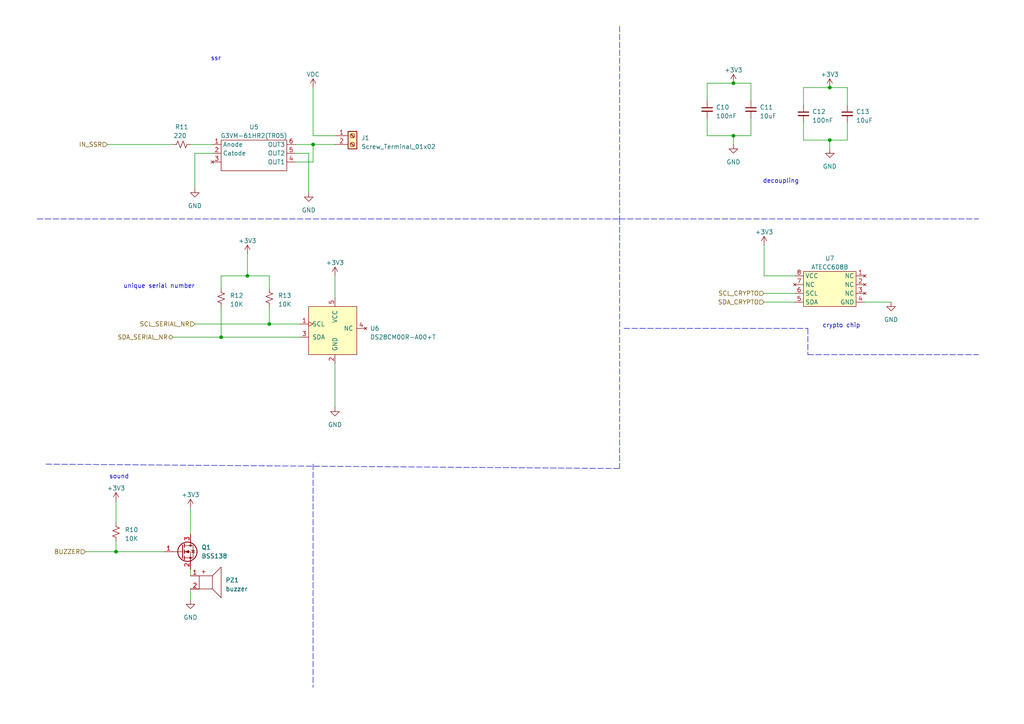
<source format=kicad_sch>
(kicad_sch (version 20210621) (generator eeschema)
  (paper "A4")
  (lib_symbols
    (symbol "Connector:Screw_Terminal_01x02" (pin_names (offset 1.016) hide)
      (property "Reference" "J" (at 0 2.54 0))
      (property "Value" "Screw_Terminal_01x02" (at 0 -5.08 0))
      (symbol "Screw_Terminal_01x02_1_1"
        (circle (center 0 -2.54) (radius 0.635) (stroke (width 0.1524)))
        (circle (center 0 0) (radius 0.635) (stroke (width 0.1524)))
        (rectangle (start -1.27 1.27) (end 1.27 -3.81) (stroke (width 0.254)) (fill (type background)))
        (polyline (pts (xy -0.5334 -2.2098) (xy 0.3302 -3.048)) (stroke (width 0.1524)))
        (polyline (pts (xy -0.5334 0.3302) (xy 0.3302 -0.508)) (stroke (width 0.1524)))
        (polyline (pts (xy -0.3556 -2.032) (xy 0.508 -2.8702)) (stroke (width 0.1524)))
        (polyline (pts (xy -0.3556 0.508) (xy 0.508 -0.3302)) (stroke (width 0.1524)))
        (pin passive line (at -5.08 0 0) (length 3.81) (name "Pin_1") (number "1"))
        (pin passive line (at -5.08 -2.54 0) (length 3.81) (name "Pin_2") (number "2"))
      )
    )
    (symbol "Device:C_Small" (pin_numbers hide) (pin_names (offset 0.254) hide)
      (property "Reference" "C" (at 0.254 1.778 0))
      (property "Value" "C_Small" (at 0.254 -2.032 0))
      (symbol "C_Small_0_1"
        (polyline (pts (xy -1.524 -0.508) (xy 1.524 -0.508)) (stroke (width 0.3302)))
        (polyline (pts (xy -1.524 0.508) (xy 1.524 0.508)) (stroke (width 0.3048)))
      )
      (symbol "C_Small_1_1"
        (pin passive line (at 0 2.54 270) (length 2.032) (name "~") (number "1"))
        (pin passive line (at 0 -2.54 90) (length 2.032) (name "~") (number "2"))
      )
    )
    (symbol "Device:R_Small_US" (pin_numbers hide) (pin_names (offset 0.254) hide)
      (property "Reference" "R" (at 0.762 0.508 0))
      (property "Value" "R_Small_US" (at 0.762 -1.016 0))
      (symbol "R_Small_US_1_1"
        (polyline (pts (xy 0 0) (xy 1.016 -0.381) (xy 0 -0.762) (xy -1.016 -1.143) (xy 0 -1.524)))
        (polyline (pts (xy 0 1.524) (xy 1.016 1.143) (xy 0 0.762) (xy -1.016 0.381) (xy 0 0)))
        (pin passive line (at 0 2.54 270) (length 1.016) (name "~") (number "1"))
        (pin passive line (at 0 -2.54 90) (length 1.016) (name "~") (number "2"))
      )
    )
    (symbol "Halfgelijders:ATECC608B"
      (property "Reference" "U" (at 0 -1.27 0))
      (property "Value" "ATECC608B" (at 2.54 6.35 0))
      (symbol "ATECC608B_0_1"
        (rectangle (start -5.08 5.08) (end 10.16 -5.08) (stroke (width 0.1524)) (fill (type background)))
      )
      (symbol "ATECC608B_1_1"
        (pin no_connect line (at -7.62 3.81 0) (length 2.54) (name "NC") (number "1"))
        (pin no_connect line (at -7.62 1.27 0) (length 2.54) (name "NC") (number "2"))
        (pin no_connect line (at -7.62 -1.27 0) (length 2.54) (name "NC") (number "3"))
        (pin power_out line (at -7.62 -3.81 0) (length 2.54) (name "GND") (number "4"))
        (pin bidirectional line (at 12.7 -3.81 180) (length 2.54) (name "SDA") (number "5"))
        (pin input line (at 12.7 -1.27 180) (length 2.54) (name "SCL") (number "6"))
        (pin no_connect line (at 12.7 1.27 180) (length 2.54) (name "NC") (number "7"))
        (pin power_in line (at 12.7 3.81 180) (length 2.54) (name "VCC") (number "8"))
      )
    )
    (symbol "Halfgelijders:DS28CM00R-A00+T" (pin_names (offset 1.016))
      (property "Reference" "U" (at 0 1.27 0))
      (property "Value" "DS28CM00R-A00+T" (at -17.78 6.35 0))
      (symbol "DS28CM00R-A00+T_0_1"
        (rectangle (start -7.62 7.62) (end 6.35 -6.35) (fill (type background)))
      )
      (symbol "DS28CM00R-A00+T_1_1"
        (pin input clock (at -10.16 2.54 0) (length 2.54) (name "SCL") (number "1"))
        (pin power_out line (at 0 -8.89 90) (length 2.54) (name "GND") (number "2"))
        (pin bidirectional line (at -10.16 -1.27 0) (length 2.54) (name "SDA") (number "3"))
        (pin no_connect line (at 8.89 1.27 180) (length 2.54) (name "NC") (number "4"))
        (pin power_in line (at 0 10.16 270) (length 2.54) (name "VCC") (number "5"))
      )
    )
    (symbol "Halfgelijders:G3VM-61HR2(TR05)"
      (property "Reference" "U" (at 1.27 -5.08 0))
      (property "Value" "G3VM-61HR2(TR05)" (at 8.89 -10.16 0))
      (symbol "G3VM-61HR2(TR05)_0_1"
        (rectangle (start 0 1.27) (end 19.05 -7.62) (stroke (width 0.1524)))
      )
      (symbol "G3VM-61HR2(TR05)_1_1"
        (pin input line (at -2.54 0 0) (length 2.54) (name "Anode") (number "1"))
        (pin output line (at -2.54 -2.54 0) (length 2.54) (name "Catode") (number "2"))
        (pin no_connect line (at -2.54 -5.08 0) (length 2.54) (name "") (number "3"))
        (pin output line (at 21.59 -5.08 180) (length 2.54) (name "OUT1") (number "4"))
        (pin output line (at 21.59 -2.54 180) (length 2.54) (name "OUT2") (number "5"))
        (pin output line (at 21.59 0 180) (length 2.54) (name "OUT3") (number "6"))
      )
    )
    (symbol "Transistor_FET:BSS138" (pin_names hide)
      (property "Reference" "Q" (at 5.08 1.905 0))
      (property "Value" "BSS138" (at 5.08 0 0))
      (symbol "BSS138_0_1"
        (circle (center 1.651 0) (radius 2.794) (stroke (width 0.254)))
        (circle (center 2.54 -1.778) (radius 0.254) (fill (type outline)))
        (circle (center 2.54 1.778) (radius 0.254) (fill (type outline)))
        (polyline (pts (xy 0.254 0) (xy -2.54 0)))
        (polyline (pts (xy 0.254 1.905) (xy 0.254 -1.905)) (stroke (width 0.254)))
        (polyline (pts (xy 0.762 -1.27) (xy 0.762 -2.286)) (stroke (width 0.254)))
        (polyline (pts (xy 0.762 0.508) (xy 0.762 -0.508)) (stroke (width 0.254)))
        (polyline (pts (xy 0.762 2.286) (xy 0.762 1.27)) (stroke (width 0.254)))
        (polyline (pts (xy 2.54 2.54) (xy 2.54 1.778)))
        (polyline (pts (xy 2.54 -2.54) (xy 2.54 0) (xy 0.762 0)))
        (polyline (pts (xy 0.762 -1.778) (xy 3.302 -1.778) (xy 3.302 1.778) (xy 0.762 1.778)))
        (polyline (pts (xy 2.794 0.508) (xy 2.921 0.381) (xy 3.683 0.381) (xy 3.81 0.254)))
        (polyline (pts (xy 3.302 0.381) (xy 2.921 -0.254) (xy 3.683 -0.254) (xy 3.302 0.381)))
        (polyline (pts (xy 1.016 0) (xy 2.032 0.381) (xy 2.032 -0.381) (xy 1.016 0)) (fill (type outline)))
      )
      (symbol "BSS138_1_1"
        (pin input line (at -5.08 0 0) (length 2.54) (name "G") (number "1"))
        (pin passive line (at 2.54 -5.08 90) (length 2.54) (name "S") (number "2"))
        (pin passive line (at 2.54 5.08 270) (length 2.54) (name "D") (number "3"))
      )
    )
    (symbol "power:+3V3" (power) (pin_names (offset 0))
      (property "Value" "+3V3" (at 0 3.556 0))
      (symbol "+3V3_0_1"
        (polyline (pts (xy -0.762 1.27) (xy 0 2.54)))
        (polyline (pts (xy 0 0) (xy 0 2.54)))
        (polyline (pts (xy 0 2.54) (xy 0.762 1.27)))
      )
      (symbol "+3V3_1_1"
        (pin power_in line (at 0 0 90) (length 0) hide (name "+3V3") (number "1"))
      )
    )
    (symbol "power:GND" (power) (pin_names (offset 0))
      (property "Value" "GND" (at 0 -3.81 0))
      (symbol "GND_0_1"
        (polyline (pts (xy 0 0) (xy 0 -1.27) (xy 1.27 -1.27) (xy 0 -2.54) (xy -1.27 -1.27) (xy 0 -1.27)))
      )
      (symbol "GND_1_1"
        (pin power_in line (at 0 0 270) (length 0) hide (name "GND") (number "1"))
      )
    )
    (symbol "power:VDC" (power) (pin_names (offset 0))
      (property "Value" "VDC" (at 0 6.35 0))
      (symbol "VDC_0_1"
        (polyline (pts (xy -0.762 1.27) (xy 0 2.54)))
        (polyline (pts (xy 0 0) (xy 0 2.54)))
        (polyline (pts (xy 0 2.54) (xy 0.762 1.27)))
      )
      (symbol "VDC_1_1"
        (pin power_in line (at 0 0 90) (length 0) hide (name "VDC") (number "1"))
      )
    )
    (symbol "vanalles:buzzer" (pin_names (offset 1.016))
      (property "Reference" "PZ" (at 5.08 7.62 0))
      (property "Value" "buzzer" (at 0 7.62 0))
      (symbol "buzzer_0_0"
        (text "+" (at 1.27 1.27 0) (effects (font (size 1.27 1.27))))
        (polyline (pts (xy 3.81 -3.81) (xy 6.35 -6.35)))
        (polyline (pts (xy 6.35 -5.08) (xy 6.35 -6.35)))
        (polyline (pts (xy 3.81 0) (xy 6.35 2.54) (xy 6.35 -5.08)))
      )
      (symbol "buzzer_0_1"
        (rectangle (start 0 0) (end 3.81 -3.81))
      )
      (symbol "buzzer_1_1"
        (pin unspecified line (at -2.54 0 0) (length 2.54) (name "~") (number "1"))
        (pin unspecified line (at -2.54 -3.81 0) (length 2.54) (name "~") (number "2"))
      )
    )
  )
  (junction (at 33.655 160.02))
  (junction (at 64.135 97.79) (diameter 0.9144))
  (junction (at 71.755 80.01) (diameter 0.9144))
  (junction (at 78.105 93.98) (diameter 0.9144))
  (junction (at 90.805 41.91) (diameter 0.9144))
  (junction (at 212.725 24.13) (diameter 0.9144))
  (junction (at 212.725 39.37) (diameter 0.9144))
  (junction (at 240.665 25.4) (diameter 0.9144))
  (junction (at 240.665 40.64) (diameter 0.9144))
  (wire (pts (xy 24.765 160.02) (xy 33.655 160.02)))
  (wire (pts (xy 31.115 41.91) (xy 50.165 41.91)))
  (wire (pts (xy 33.655 145.415) (xy 33.655 151.765)))
  (wire (pts (xy 33.655 156.845) (xy 33.655 160.02)))
  (wire (pts (xy 33.655 160.02) (xy 47.625 160.02)))
  (wire (pts (xy 50.165 97.79) (xy 64.135 97.79)))
  (wire (pts (xy 55.245 41.91) (xy 61.595 41.91)))
  (wire (pts (xy 55.245 147.32) (xy 55.245 154.94)))
  (wire (pts (xy 55.245 167.005) (xy 55.245 165.1)))
  (wire (pts (xy 55.245 173.99) (xy 55.245 170.815)))
  (wire (pts (xy 56.515 44.45) (xy 56.515 54.61)))
  (wire (pts (xy 56.515 44.45) (xy 61.595 44.45)))
  (wire (pts (xy 56.515 93.98) (xy 78.105 93.98)))
  (wire (pts (xy 64.135 80.01) (xy 71.755 80.01)))
  (wire (pts (xy 64.135 83.82) (xy 64.135 80.01)))
  (wire (pts (xy 64.135 88.9) (xy 64.135 97.79)))
  (wire (pts (xy 64.135 97.79) (xy 86.995 97.79)))
  (wire (pts (xy 71.755 73.66) (xy 71.755 80.01)))
  (wire (pts (xy 71.755 80.01) (xy 78.105 80.01)))
  (wire (pts (xy 78.105 80.01) (xy 78.105 83.82)))
  (wire (pts (xy 78.105 88.9) (xy 78.105 93.98)))
  (wire (pts (xy 78.105 93.98) (xy 86.995 93.98)))
  (wire (pts (xy 85.725 46.99) (xy 90.805 46.99)))
  (wire (pts (xy 89.535 44.45) (xy 85.725 44.45)))
  (wire (pts (xy 89.535 44.45) (xy 89.535 55.88)))
  (wire (pts (xy 90.805 25.4) (xy 90.805 39.37)))
  (wire (pts (xy 90.805 39.37) (xy 97.155 39.37)))
  (wire (pts (xy 90.805 41.91) (xy 85.725 41.91)))
  (wire (pts (xy 90.805 46.99) (xy 90.805 41.91)))
  (wire (pts (xy 97.155 41.91) (xy 90.805 41.91)))
  (wire (pts (xy 97.155 80.01) (xy 97.155 86.36)))
  (wire (pts (xy 97.155 105.41) (xy 97.155 118.11)))
  (wire (pts (xy 205.105 24.13) (xy 212.725 24.13)))
  (wire (pts (xy 205.105 29.21) (xy 205.105 24.13)))
  (wire (pts (xy 205.105 39.37) (xy 205.105 34.29)))
  (wire (pts (xy 212.725 24.13) (xy 217.805 24.13)))
  (wire (pts (xy 212.725 39.37) (xy 205.105 39.37)))
  (wire (pts (xy 212.725 39.37) (xy 217.805 39.37)))
  (wire (pts (xy 212.725 41.91) (xy 212.725 39.37)))
  (wire (pts (xy 217.805 24.13) (xy 217.805 29.21)))
  (wire (pts (xy 217.805 39.37) (xy 217.805 34.29)))
  (wire (pts (xy 221.615 71.12) (xy 221.615 80.01)))
  (wire (pts (xy 221.615 85.09) (xy 230.505 85.09)))
  (wire (pts (xy 221.615 87.63) (xy 230.505 87.63)))
  (wire (pts (xy 230.505 80.01) (xy 221.615 80.01)))
  (wire (pts (xy 233.045 25.4) (xy 240.665 25.4)))
  (wire (pts (xy 233.045 30.48) (xy 233.045 25.4)))
  (wire (pts (xy 233.045 40.64) (xy 233.045 35.56)))
  (wire (pts (xy 240.665 25.4) (xy 245.745 25.4)))
  (wire (pts (xy 240.665 40.64) (xy 233.045 40.64)))
  (wire (pts (xy 240.665 40.64) (xy 245.745 40.64)))
  (wire (pts (xy 240.665 43.18) (xy 240.665 40.64)))
  (wire (pts (xy 245.745 25.4) (xy 245.745 30.48)))
  (wire (pts (xy 245.745 40.64) (xy 245.745 35.56)))
  (wire (pts (xy 258.445 87.63) (xy 250.825 87.63)))
  (polyline (pts (xy 10.795 63.5) (xy 179.705 63.5)) (stroke (width 0) (type dash)))
  (polyline (pts (xy 13.335 134.62) (xy 179.705 135.89)) (stroke (width 0) (type dash)))
  (polyline (pts (xy 90.805 134.62) (xy 90.805 199.39)) (stroke (width 0) (type dash)))
  (polyline (pts (xy 179.705 7.62) (xy 179.705 63.5)) (stroke (width 0) (type dash)))
  (polyline (pts (xy 179.705 63.5) (xy 179.705 132.08)) (stroke (width 0) (type dash)))
  (polyline (pts (xy 179.705 63.5) (xy 283.845 63.5)) (stroke (width 0) (type dash)))
  (polyline (pts (xy 179.705 132.08) (xy 179.705 135.89)) (stroke (width 0) (type dash)))
  (polyline (pts (xy 180.975 95.25) (xy 234.315 95.25)) (stroke (width 0) (type dash)))
  (polyline (pts (xy 234.315 95.25) (xy 234.315 102.87)) (stroke (width 0) (type dash)))
  (polyline (pts (xy 234.315 102.87) (xy 283.845 102.87)) (stroke (width 0) (type dash)))
  (text "sound\n" (at 37.465 139.065 180) (effects (font (size 1.27 1.27)) (justify right bottom)))
  (text "unique serial number\n" (at 56.515 83.82 180) (effects (font (size 1.27 1.27)) (justify right bottom)))
  (text "ssr\n" (at 64.135 17.78 180) (effects (font (size 1.27 1.27)) (justify right bottom)))
  (text "decoupling\n" (at 231.775 53.34 180) (effects (font (size 1.27 1.27)) (justify right bottom)))
  (text "crypto chip\n" (at 249.555 95.25 180) (effects (font (size 1.27 1.27)) (justify right bottom)))
  (hierarchical_label "BUZZER" (shape input) (at 24.765 160.02 180))
  (hierarchical_label "IN_SSR" (shape input) (at 31.115 41.91 180))
  (hierarchical_label "SDA_SERIAL_NR" (shape bidirectional) (at 50.165 97.79 180))
  (hierarchical_label "SCL_SERIAL_NR" (shape input) (at 56.515 93.98 180))
  (hierarchical_label "SCL_CRYPTO" (shape input) (at 221.615 85.09 180))
  (hierarchical_label "SDA_CRYPTO" (shape input) (at 221.615 87.63 180))
  (symbol (lib_id "power:+3V3") (at 33.655 145.415 0) (unit 1)
    (property "Reference" "#PWR0134" (effects hide))
    (property "Value" "+3V3" (at 33.655 141.605 0))
  )
  (symbol (lib_id "power:+3V3") (at 55.245 147.32 0) (unit 1)
    (property "Reference" "#PWR0133" (effects hide))
    (property "Value" "+3V3" (at 55.245 143.51 0))
  )
  (symbol (lib_id "power:+3V3") (at 71.755 73.66 0) (unit 1)
    (property "Reference" "#PWR0124" (effects hide))
    (property "Value" "+3V3" (at 71.755 69.85 0))
  )
  (symbol (lib_id "power:VDC") (at 90.805 25.4 0) (unit 1)
    (property "Reference" "#PWR0121" (effects hide))
    (property "Value" "VDC" (at 90.805 21.59 0))
  )
  (symbol (lib_id "power:+3V3") (at 97.155 80.01 0) (unit 1)
    (property "Reference" "#PWR0126" (effects hide))
    (property "Value" "+3V3" (at 97.155 76.2 0))
  )
  (symbol (lib_id "power:+3V3") (at 212.725 24.13 0) (unit 1)
    (property "Reference" "#PWR0122" (effects hide))
    (property "Value" "+3V3" (at 212.725 20.32 0))
  )
  (symbol (lib_id "power:+3V3") (at 221.615 71.12 0) (unit 1)
    (property "Reference" "#PWR0128" (effects hide))
    (property "Value" "+3V3" (at 221.615 67.31 0))
  )
  (symbol (lib_id "power:+3V3") (at 240.665 25.4 0) (unit 1)
    (property "Reference" "#PWR0130" (effects hide))
    (property "Value" "+3V3" (at 240.665 21.59 0))
  )
  (symbol (lib_id "power:GND") (at 55.245 173.99 0) (unit 1)
    (property "Reference" "#PWR0132" (effects hide))
    (property "Value" "GND" (at 55.245 179.07 0))
  )
  (symbol (lib_id "power:GND") (at 56.515 54.61 0) (unit 1)
    (property "Reference" "#PWR0123" (effects hide))
    (property "Value" "GND" (at 56.515 59.69 0))
  )
  (symbol (lib_id "power:GND") (at 89.535 55.88 0) (unit 1)
    (property "Reference" "#PWR0120" (effects hide))
    (property "Value" "GND" (at 89.535 60.96 0))
  )
  (symbol (lib_id "power:GND") (at 97.155 118.11 0) (unit 1)
    (property "Reference" "#PWR0125" (effects hide))
    (property "Value" "GND" (at 97.155 123.19 0))
  )
  (symbol (lib_id "power:GND") (at 212.725 41.91 0) (unit 1)
    (property "Reference" "#PWR0127" (effects hide))
    (property "Value" "GND" (at 212.725 46.99 0))
  )
  (symbol (lib_id "power:GND") (at 240.665 43.18 0) (unit 1)
    (property "Reference" "#PWR0129" (effects hide))
    (property "Value" "GND" (at 240.665 48.26 0))
  )
  (symbol (lib_id "power:GND") (at 258.445 87.63 0) (unit 1)
    (property "Reference" "#PWR0131" (effects hide))
    (property "Value" "GND" (at 258.445 92.71 0))
  )
  (symbol (lib_id "Device:R_Small_US") (at 33.655 154.305 0) (unit 1)
    (property "Reference" "R10" (at 36.195 153.6699 0) (effects (justify left)))
    (property "Value" "10K" (at 36.195 156.2099 0) (effects (justify left)))
    (property "Footprint" "vanalles:0603" (effects hide))
  )
  (symbol (lib_id "Device:R_Small_US") (at 52.705 41.91 90) (unit 1)
    (property "Reference" "R11" (at 52.705 36.83 90))
    (property "Value" "220 " (at 52.705 39.37 90))
    (property "Footprint" "vanalles:0603" (effects hide))
  )
  (symbol (lib_id "Device:R_Small_US") (at 64.135 86.36 0) (unit 1)
    (property "Reference" "R12" (at 66.675 85.7249 0) (effects (justify left)))
    (property "Value" "10K" (at 66.675 88.2649 0) (effects (justify left)))
    (property "Footprint" "vanalles:0603" (effects hide))
  )
  (symbol (lib_id "Device:R_Small_US") (at 78.105 86.36 0) (unit 1)
    (property "Reference" "R13" (at 80.645 85.7249 0) (effects (justify left)))
    (property "Value" "10K" (at 80.645 88.2649 0) (effects (justify left)))
    (property "Footprint" "vanalles:0603" (effects hide))
  )
  (symbol (lib_id "Device:C_Small") (at 205.105 31.75 0) (unit 1)
    (property "Reference" "C10" (at 207.645 31.1149 0) (effects (justify left)))
    (property "Value" "100nF" (at 207.645 33.6549 0) (effects (justify left)))
    (property "Footprint" "vanalles:0603" (effects hide))
  )
  (symbol (lib_id "Device:C_Small") (at 217.805 31.75 0) (unit 1)
    (property "Reference" "C11" (at 220.345 31.1149 0) (effects (justify left)))
    (property "Value" "10uF" (at 220.345 33.6549 0) (effects (justify left)))
    (property "Footprint" "vanalles:0603" (effects hide))
  )
  (symbol (lib_id "Device:C_Small") (at 233.045 33.02 0) (unit 1)
    (property "Reference" "C12" (at 235.585 32.3849 0) (effects (justify left)))
    (property "Value" "100nF" (at 235.585 34.9249 0) (effects (justify left)))
    (property "Footprint" "vanalles:0603" (effects hide))
  )
  (symbol (lib_id "Device:C_Small") (at 245.745 33.02 0) (unit 1)
    (property "Reference" "C13" (at 248.285 32.3849 0) (effects (justify left)))
    (property "Value" "10uF" (at 248.285 34.9249 0) (effects (justify left)))
    (property "Footprint" "vanalles:0603" (effects hide))
  )
  (symbol (lib_id "Connector:Screw_Terminal_01x02") (at 102.235 39.37 0) (unit 1)
    (property "Reference" "J1" (at 104.775 40.0049 0) (effects (justify left)))
    (property "Value" "Screw_Terminal_01x02" (at 104.775 42.5449 0) (effects (justify left)))
    (property "Footprint" "connectors_user:2pin_screw" (effects hide))
  )
  (symbol (lib_id "vanalles:buzzer") (at 57.785 167.005 0) (unit 1)
    (property "Reference" "PZ1" (at 65.405 168.2749 0) (effects (justify left)))
    (property "Value" "buzzer" (at 65.405 170.8149 0) (effects (justify left)))
    (property "Footprint" "vanalles:PROSIGNAL_ABI-017-RC" (effects hide))
  )
  (symbol (lib_id "Transistor_FET:BSS138") (at 52.705 160.02 0) (unit 1)
    (property "Reference" "Q1" (at 58.42 158.7499 0) (effects (justify left)))
    (property "Value" "BSS138" (at 58.42 161.2899 0) (effects (justify left)))
    (property "Footprint" "halfgeleiders:sot-23," (effects hide))
    (property "Datasheet" "https://www.onsemi.com/pub/Collateral/BSS138-D.PDF" (effects hide))
  )
  (symbol (lib_id "Halfgelijders:ATECC608B") (at 243.205 83.82 0) (mirror y) (unit 1)
    (property "Reference" "U7" (at 240.665 74.93 0))
    (property "Value" "ATECC608B" (at 240.665 77.47 0))
    (property "Footprint" "halfgeleiders:soic p1.27 lengt 5.40" (effects hide))
  )
  (symbol (lib_id "Halfgelijders:G3VM-61HR2(TR05)") (at 64.135 41.91 0) (unit 1)
    (property "Reference" "U5" (at 73.66 36.83 0))
    (property "Value" "G3VM-61HR2(TR05)" (at 73.66 39.37 0))
    (property "Footprint" "halfgeleiders:sop4 P=2.54" (effects hide))
  )
  (symbol (lib_id "Halfgelijders:DS28CM00R-A00+T") (at 97.155 96.52 0) (unit 1)
    (property "Reference" "U6" (at 107.315 95.2499 0) (effects (justify left)))
    (property "Value" "DS28CM00R-A00+T" (at 107.315 97.7899 0) (effects (justify left)))
    (property "Footprint" "halfgeleiders:SOT-25" (effects hide))
  )
)
</source>
